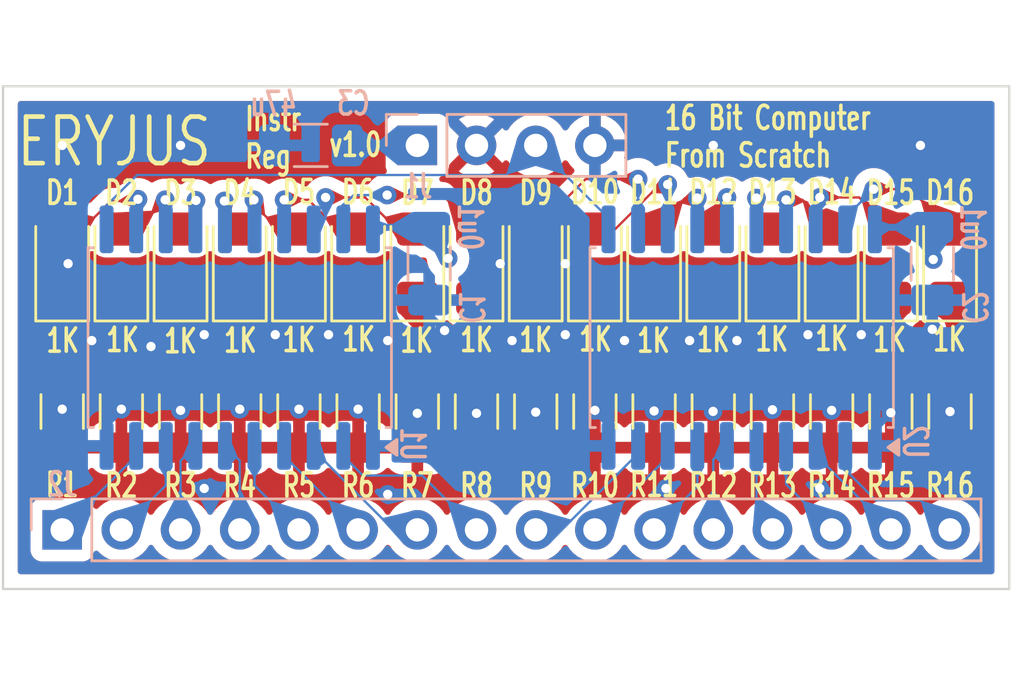
<source format=kicad_pcb>
(kicad_pcb (version 20221018) (generator pcbnew)
  (layers (0 "F.Cu" signal) (1 "In1.Cu" power "In1.Cu.GND") (2 "In2.Cu" power "In2.Cu.VCC") (31 "B.Cu" signal) (34 "B.Paste" user) (35 "F.Paste" user) (36 "B.SilkS" user "B.Silkscreen") (37 "F.SilkS" user "F.Silkscreen") (38 "B.Mask" user) (39 "F.Mask" user) (44 "Edge.Cuts" user))
  (net 0 "")
  (net 1 "VCC")
  (net 2 "GNDREF")
  (net 3 "Net-(D1-K)")
  (net 4 "Net-(D2-K)")
  (net 5 "Net-(D3-K)")
  (net 6 "Net-(D4-K)")
  (net 7 "Net-(D5-K)")
  (net 8 "Net-(D6-K)")
  (net 9 "Net-(D7-K)")
  (net 10 "Net-(D8-K)")
  (net 11 "Net-(D9-K)")
  (net 12 "Net-(D10-K)")
  (net 13 "Net-(D11-K)")
  (net 14 "Net-(D12-K)")
  (net 15 "Net-(D13-K)")
  (net 16 "Net-(D14-K)")
  (net 17 "Net-(D15-K)")
  (net 18 "Net-(D16-K)")
  (net 19 "CLK")
  (net 20 "Net-(J2-Pin_1)")
  (net 21 "Net-(J2-Pin_2)")
  (net 22 "Net-(J2-Pin_3)")
  (net 23 "Net-(J2-Pin_4)")
  (net 24 "Net-(J2-Pin_5)")
  (net 25 "Net-(J2-Pin_6)")
  (net 26 "Net-(J2-Pin_7)")
  (net 27 "Net-(J2-Pin_8)")
  (net 28 "Net-(J2-Pin_9)")
  (net 29 "Net-(J2-Pin_10)")
  (net 30 "Net-(J2-Pin_11)")
  (net 31 "Net-(J2-Pin_12)")
  (net 32 "Net-(J2-Pin_13)")
  (net 33 "Net-(J2-Pin_14)")
  (net 34 "Net-(J2-Pin_15)")
  (net 35 "Net-(J2-Pin_16)")
  (net 36 "Net-(D1-A)")
  (net 37 "Net-(D2-A)")
  (net 38 "Net-(D3-A)")
  (net 39 "Net-(D4-A)")
  (net 40 "Net-(D5-A)")
  (net 41 "Net-(D6-A)")
  (net 42 "Net-(D7-A)")
  (net 43 "Net-(D8-A)")
  (net 44 "Net-(D9-A)")
  (net 45 "Net-(D10-A)")
  (net 46 "Net-(D11-A)")
  (net 47 "Net-(D12-A)")
  (net 48 "Net-(D13-A)")
  (net 49 "Net-(D14-A)")
  (net 50 "Net-(D15-A)")
  (net 51 "Net-(D16-A)")
  (footprint "Resistor_SMD:R_1206_3216Metric_Pad1.30x1.75mm_HandSolder" (layer "F.Cu") (at 71.12 43.18 -90)
    (fp_text reference "R16" (at 3.175 0 unlocked) (layer "F.SilkS") (effects (font (size 1 0.7) (thickness 0.153))))
    (fp_text value "1K")
    (pad "1" smd roundrect (at -1.55 0 270) (size 1.3 1.75) (layers "F.Cu" "F.Paste" "F.Mask") (roundrect_rratio 0.192308) (net 18 "Net-(D16-K)"))
    (pad "2" smd roundrect (at 1.55 0 270) (size 1.3 1.75) (layers "F.Cu" "F.Paste" "F.Mask") (roundrect_rratio 0.192308) (net 2 "GNDREF"))
  )
  (footprint "LED_SMD:LED_1206_3216Metric_Pad1.42x1.75mm_HandSolder" (layer "F.Cu") (at 48.26 36.83 90)
    (fp_text reference "D7" (at 3.048 0 unlocked) (layer "F.SilkS") (effects (font (size 1 0.7) (thickness 0.153))))
    (fp_text value "LED")
    (pad "1" smd roundrect (at -1.4875 0 90) (size 1.425 1.75) (layers "F.Cu" "F.Paste" "F.Mask") (roundrect_rratio 0.175439) (net 9 "Net-(D7-K)"))
    (pad "2" smd roundrect (at 1.4875 0 90) (size 1.425 1.75) (layers "F.Cu" "F.Paste" "F.Mask") (roundrect_rratio 0.175439) (net 42 "Net-(D7-A)"))
  )
  (footprint "Resistor_SMD:R_1206_3216Metric_Pad1.30x1.75mm_HandSolder" (layer "F.Cu") (at 50.8 43.18 -90)
    (fp_text reference "R8" (at 3.175 0 unlocked) (layer "F.SilkS") (effects (font (size 1 0.7) (thickness 0.153))))
    (fp_text value "1K")
    (pad "1" smd roundrect (at -1.55 0 270) (size 1.3 1.75) (layers "F.Cu" "F.Paste" "F.Mask") (roundrect_rratio 0.192308) (net 10 "Net-(D8-K)"))
    (pad "2" smd roundrect (at 1.55 0 270) (size 1.3 1.75) (layers "F.Cu" "F.Paste" "F.Mask") (roundrect_rratio 0.192308) (net 2 "GNDREF"))
  )
  (footprint "LED_SMD:LED_1206_3216Metric_Pad1.42x1.75mm_HandSolder" (layer "F.Cu") (at 55.88 36.83 90)
    (fp_text reference "D10" (at 3.0734 0 unlocked) (layer "F.SilkS") (effects (font (size 1 0.7) (thickness 0.153))))
    (fp_text value "LED")
    (pad "1" smd roundrect (at -1.4875 0 90) (size 1.425 1.75) (layers "F.Cu" "F.Paste" "F.Mask") (roundrect_rratio 0.175439) (net 12 "Net-(D10-K)"))
    (pad "2" smd roundrect (at 1.4875 0 90) (size 1.425 1.75) (layers "F.Cu" "F.Paste" "F.Mask") (roundrect_rratio 0.175439) (net 45 "Net-(D10-A)"))
  )
  (footprint "LED_SMD:LED_1206_3216Metric_Pad1.42x1.75mm_HandSolder" (layer "F.Cu") (at 58.42 36.83 90)
    (fp_text reference "D11" (at 3.0734 0 unlocked) (layer "F.SilkS") (effects (font (size 1 0.7) (thickness 0.153))))
    (fp_text value "LED")
    (pad "1" smd roundrect (at -1.4875 0 90) (size 1.425 1.75) (layers "F.Cu" "F.Paste" "F.Mask") (roundrect_rratio 0.175439) (net 13 "Net-(D11-K)"))
    (pad "2" smd roundrect (at 1.4875 0 90) (size 1.425 1.75) (layers "F.Cu" "F.Paste" "F.Mask") (roundrect_rratio 0.175439) (net 46 "Net-(D11-A)"))
  )
  (footprint "LED_SMD:LED_1206_3216Metric_Pad1.42x1.75mm_HandSolder" (layer "F.Cu") (at 68.58 36.83 90)
    (fp_text reference "D15" (at 3.048 0 unlocked) (layer "F.SilkS") (effects (font (size 1 0.7) (thickness 0.153))))
    (fp_text value "LED")
    (pad "1" smd roundrect (at -1.4875 0 90) (size 1.425 1.75) (layers "F.Cu" "F.Paste" "F.Mask") (roundrect_rratio 0.175439) (net 17 "Net-(D15-K)"))
    (pad "2" smd roundrect (at 1.4875 0 90) (size 1.425 1.75) (layers "F.Cu" "F.Paste" "F.Mask") (roundrect_rratio 0.175439) (net 50 "Net-(D15-A)"))
  )
  (footprint "LED_SMD:LED_1206_3216Metric_Pad1.42x1.75mm_HandSolder" (layer "F.Cu") (at 53.34 36.83 90)
    (fp_text reference "D9" (at 3.048 0 unlocked) (layer "F.SilkS") (effects (font (size 1 0.7) (thickness 0.153))))
    (fp_text value "LED")
    (pad "1" smd roundrect (at -1.4875 0 90) (size 1.425 1.75) (layers "F.Cu" "F.Paste" "F.Mask") (roundrect_rratio 0.175439) (net 11 "Net-(D9-K)"))
    (pad "2" smd roundrect (at 1.4875 0 90) (size 1.425 1.75) (layers "F.Cu" "F.Paste" "F.Mask") (roundrect_rratio 0.175439) (net 44 "Net-(D9-A)"))
  )
  (footprint "Resistor_SMD:R_1206_3216Metric_Pad1.30x1.75mm_HandSolder" (layer "F.Cu") (at 43.18 43.18 -90)
    (fp_text reference "R5" (at 3.175 0 unlocked) (layer "F.SilkS") (effects (font (size 1 0.7) (thickness 0.153))))
    (fp_text value "1K")
    (pad "1" smd roundrect (at -1.55 0 270) (size 1.3 1.75) (layers "F.Cu" "F.Paste" "F.Mask") (roundrect_rratio 0.192308) (net 7 "Net-(D5-K)"))
    (pad "2" smd roundrect (at 1.55 0 270) (size 1.3 1.75) (layers "F.Cu" "F.Paste" "F.Mask") (roundrect_rratio 0.192308) (net 2 "GNDREF"))
  )
  (footprint "LED_SMD:LED_1206_3216Metric_Pad1.42x1.75mm_HandSolder" (layer "F.Cu") (at 71.12 36.83 90)
    (fp_text reference "D16" (at 3.048 0 unlocked) (layer "F.SilkS") (effects (font (size 1 0.7) (thickness 0.153))))
    (fp_text value "LED")
    (pad "1" smd roundrect (at -1.4875 0 90) (size 1.425 1.75) (layers "F.Cu" "F.Paste" "F.Mask") (roundrect_rratio 0.175439) (net 18 "Net-(D16-K)"))
    (pad "2" smd roundrect (at 1.4875 0 90) (size 1.425 1.75) (layers "F.Cu" "F.Paste" "F.Mask") (roundrect_rratio 0.175439) (net 51 "Net-(D16-A)"))
  )
  (footprint "Resistor_SMD:R_1206_3216Metric_Pad1.30x1.75mm_HandSolder" (layer "F.Cu") (at 55.88 43.18 -90)
    (fp_text reference "R10" (at 3.175 0 unlocked) (layer "F.SilkS") (effects (font (size 1 0.7) (thickness 0.153))))
    (fp_text value "1K")
    (pad "1" smd roundrect (at -1.55 0 270) (size 1.3 1.75) (layers "F.Cu" "F.Paste" "F.Mask") (roundrect_rratio 0.192308) (net 12 "Net-(D10-K)"))
    (pad "2" smd roundrect (at 1.55 0 270) (size 1.3 1.75) (layers "F.Cu" "F.Paste" "F.Mask") (roundrect_rratio 0.192308) (net 2 "GNDREF"))
  )
  (footprint "Resistor_SMD:R_1206_3216Metric_Pad1.30x1.75mm_HandSolder" (layer "F.Cu") (at 38.1 43.18 -90)
    (fp_text reference "R3" (at 3.175 0 unlocked) (layer "F.SilkS") (effects (font (size 1 0.7) (thickness 0.153))))
    (fp_text value "1K")
    (pad "1" smd roundrect (at -1.55 0 270) (size 1.3 1.75) (layers "F.Cu" "F.Paste" "F.Mask") (roundrect_rratio 0.192308) (net 5 "Net-(D3-K)"))
    (pad "2" smd roundrect (at 1.55 0 270) (size 1.3 1.75) (layers "F.Cu" "F.Paste" "F.Mask") (roundrect_rratio 0.192308) (net 2 "GNDREF"))
  )
  (footprint "Resistor_SMD:R_1206_3216Metric_Pad1.30x1.75mm_HandSolder" (layer "F.Cu") (at 68.58 43.18 -90)
    (fp_text reference "R15" (at 3.175 0 unlocked) (layer "F.SilkS") (effects (font (size 1 0.7) (thickness 0.153))))
    (fp_text value "1K")
    (pad "1" smd roundrect (at -1.55 0 270) (size 1.3 1.75) (layers "F.Cu" "F.Paste" "F.Mask") (roundrect_rratio 0.192308) (net 17 "Net-(D15-K)"))
    (pad "2" smd roundrect (at 1.55 0 270) (size 1.3 1.75) (layers "F.Cu" "F.Paste" "F.Mask") (roundrect_rratio 0.192308) (net 2 "GNDREF"))
  )
  (footprint "Resistor_SMD:R_1206_3216Metric_Pad1.30x1.75mm_HandSolder" (layer "F.Cu") (at 66.04 43.18 -90)
    (fp_text reference "R14" (at 3.175 0 unlocked) (layer "F.SilkS") (effects (font (size 1 0.7) (thickness 0.153))))
    (fp_text value "1K")
    (pad "1" smd roundrect (at -1.55 0 270) (size 1.3 1.75) (layers "F.Cu" "F.Paste" "F.Mask") (roundrect_rratio 0.192308) (net 16 "Net-(D14-K)"))
    (pad "2" smd roundrect (at 1.55 0 270) (size 1.3 1.75) (layers "F.Cu" "F.Paste" "F.Mask") (roundrect_rratio 0.192308) (net 2 "GNDREF"))
  )
  (footprint "Resistor_SMD:R_1206_3216Metric_Pad1.30x1.75mm_HandSolder" (layer "F.Cu") (at 58.42 43.18 -90)
    (fp_text reference "R11" (at 3.1496 0 unlocked) (layer "F.SilkS") (effects (font (size 1 0.7) (thickness 0.153))))
    (fp_text value "1K")
    (pad "1" smd roundrect (at -1.55 0 270) (size 1.3 1.75) (layers "F.Cu" "F.Paste" "F.Mask") (roundrect_rratio 0.192308) (net 13 "Net-(D11-K)"))
    (pad "2" smd roundrect (at 1.55 0 270) (size 1.3 1.75) (layers "F.Cu" "F.Paste" "F.Mask") (roundrect_rratio 0.192308) (net 2 "GNDREF"))
  )
  (footprint "LED_SMD:LED_1206_3216Metric_Pad1.42x1.75mm_HandSolder" (layer "F.Cu") (at 50.8 36.83 90)
    (fp_text reference "D8" (at 3.048 0 unlocked) (layer "F.SilkS") (effects (font (size 1 0.7) (thickness 0.153))))
    (fp_text value "LED")
    (pad "1" smd roundrect (at -1.4875 0 90) (size 1.425 1.75) (layers "F.Cu" "F.Paste" "F.Mask") (roundrect_rratio 0.175439) (net 10 "Net-(D8-K)"))
    (pad "2" smd roundrect (at 1.4875 0 90) (size 1.425 1.75) (layers "F.Cu" "F.Paste" "F.Mask") (roundrect_rratio 0.175439) (net 43 "Net-(D8-A)"))
  )
  (footprint "Resistor_SMD:R_1206_3216Metric_Pad1.30x1.75mm_HandSolder" (layer "F.Cu") (at 40.64 43.18 -90)
    (fp_text reference "R4" (at 3.175 0 unlocked) (layer "F.SilkS") (effects (font (size 1 0.7) (thickness 0.153))))
    (fp_text value "1K")
    (pad "1" smd roundrect (at -1.55 0 270) (size 1.3 1.75) (layers "F.Cu" "F.Paste" "F.Mask") (roundrect_rratio 0.192308) (net 6 "Net-(D4-K)"))
    (pad "2" smd roundrect (at 1.55 0 270) (size 1.3 1.75) (layers "F.Cu" "F.Paste" "F.Mask") (roundrect_rratio 0.192308) (net 2 "GNDREF"))
  )
  (footprint "Resistor_SMD:R_1206_3216Metric_Pad1.30x1.75mm_HandSolder" (layer "F.Cu") (at 63.5 43.18 -90)
    (fp_text reference "R13" (at 3.175 0 unlocked) (layer "F.SilkS") (effects (font (size 1 0.7) (thickness 0.153))))
    (fp_text value "1K")
    (pad "1" smd roundrect (at -1.55 0 270) (size 1.3 1.75) (layers "F.Cu" "F.Paste" "F.Mask") (roundrect_rratio 0.192308) (net 15 "Net-(D13-K)"))
    (pad "2" smd roundrect (at 1.55 0 270) (size 1.3 1.75) (layers "F.Cu" "F.Paste" "F.Mask") (roundrect_rratio 0.192308) (net 2 "GNDREF"))
  )
  (footprint "Resistor_SMD:R_1206_3216Metric_Pad1.30x1.75mm_HandSolder" (layer "F.Cu") (at 60.96 43.18 -90)
    (fp_text reference "R12" (at 3.175 0 unlocked) (layer "F.SilkS") (effects (font (size 1 0.7) (thickness 0.153))))
    (fp_text value "1K")
    (pad "1" smd roundrect (at -1.55 0 270) (size 1.3 1.75) (layers "F.Cu" "F.Paste" "F.Mask") (roundrect_rratio 0.192308) (net 14 "Net-(D12-K)"))
    (pad "2" smd roundrect (at 1.55 0 270) (size 1.3 1.75) (layers "F.Cu" "F.Paste" "F.Mask") (roundrect_rratio 0.192308) (net 2 "GNDREF"))
  )
  (footprint "LED_SMD:LED_1206_3216Metric_Pad1.42x1.75mm_HandSolder" (layer "F.Cu") (at 60.96 36.83 90)
    (fp_text reference "D12" (at 3.0734 0 unlocked) (layer "F.SilkS") (effects (font (size 1 0.7) (thickness 0.153))))
    (fp_text value "LED")
    (pad "1" smd roundrect (at -1.4875 0 90) (size 1.425 1.75) (layers "F.Cu" "F.Paste" "F.Mask") (roundrect_rratio 0.175439) (net 14 "Net-(D12-K)"))
    (pad "2" smd roundrect (at 1.4875 0 90) (size 1.425 1.75) (layers "F.Cu" "F.Paste" "F.Mask") (roundrect_rratio 0.175439) (net 47 "Net-(D12-A)"))
  )
  (footprint "Resistor_SMD:R_1206_3216Metric_Pad1.30x1.75mm_HandSolder" (layer "F.Cu") (at 53.34 43.18 -90)
    (fp_text reference "R9" (at 3.175 0 unlocked) (layer "F.SilkS") (effects (font (size 1 0.7) (thickness 0.153))))
    (fp_text value "1K")
    (pad "1" smd roundrect (at -1.55 0 270) (size 1.3 1.75) (layers "F.Cu" "F.Paste" "F.Mask") (roundrect_rratio 0.192308) (net 11 "Net-(D9-K)"))
    (pad "2" smd roundrect (at 1.55 0 270) (size 1.3 1.75) (layers "F.Cu" "F.Paste" "F.Mask") (roundrect_rratio 0.192308) (net 2 "GNDREF"))
  )
  (footprint "LED_SMD:LED_1206_3216Metric_Pad1.42x1.75mm_HandSolder" (layer "F.Cu") (at 40.64 36.83 90)
    (fp_text reference "D4" (at 3.048 0 unlocked) (layer "F.SilkS") (effects (font (size 1 0.7) (thickness 0.153))))
    (fp_text value "LED")
    (pad "1" smd roundrect (at -1.4875 0 90) (size 1.425 1.75) (layers "F.Cu" "F.Paste" "F.Mask") (roundrect_rratio 0.175439) (net 6 "Net-(D4-K)"))
    (pad "2" smd roundrect (at 1.4875 0 90) (size 1.425 1.75) (layers "F.Cu" "F.Paste" "F.Mask") (roundrect_rratio 0.175439) (net 39 "Net-(D4-A)"))
  )
  (footprint "LED_SMD:LED_1206_3216Metric_Pad1.42x1.75mm_HandSolder" (layer "F.Cu") (at 45.72 36.83 90)
    (fp_text reference "D6" (at 3.0734 0 unlocked) (layer "F.SilkS") (effects (font (size 1 0.7) (thickness 0.153))))
    (fp_text value "LED")
    (pad "1" smd roundrect (at -1.4875 0 90) (size 1.425 1.75) (layers "F.Cu" "F.Paste" "F.Mask") (roundrect_rratio 0.175439) (net 8 "Net-(D6-K)"))
    (pad "2" smd roundrect (at 1.4875 0 90) (size 1.425 1.75) (layers "F.Cu" "F.Paste" "F.Mask") (roundrect_rratio 0.175439) (net 41 "Net-(D6-A)"))
  )
  (footprint "LED_SMD:LED_1206_3216Metric_Pad1.42x1.75mm_HandSolder" (layer "F.Cu") (at 66.04 36.83 90)
    (fp_text reference "D14" (at 3.0734 0 unlocked) (layer "F.SilkS") (effects (font (size 1 0.7) (thickness 0.153))))
    (fp_text value "LED")
    (pad "1" smd roundrect (at -1.4875 0 90) (size 1.425 1.75) (layers "F.Cu" "F.Paste" "F.Mask") (roundrect_rratio 0.175439) (net 16 "Net-(D14-K)"))
    (pad "2" smd roundrect (at 1.4875 0 90) (size 1.425 1.75) (layers "F.Cu" "F.Paste" "F.Mask") (roundrect_rratio 0.175439) (net 49 "Net-(D14-A)"))
  )
  (footprint "LED_SMD:LED_1206_3216Metric_Pad1.42x1.75mm_HandSolder" (layer "F.Cu") (at 43.18 36.83 90)
    (fp_text reference "D5" (at 3.0734 0 unlocked) (layer "F.SilkS") (effects (font (size 1 0.7) (thickness 0.153))))
    (fp_text value "LED")
    (pad "1" smd roundrect (at -1.4875 0 90) (size 1.425 1.75) (layers "F.Cu" "F.Paste" "F.Mask") (roundrect_rratio 0.175439) (net 7 "Net-(D5-K)"))
    (pad "2" smd roundrect (at 1.4875 0 90) (size 1.425 1.75) (layers "F.Cu" "F.Paste" "F.Mask") (roundrect_rratio 0.175439) (net 40 "Net-(D5-A)"))
  )
  (footprint "Resistor_SMD:R_1206_3216Metric_Pad1.30x1.75mm_HandSolder" (layer "F.Cu") (at 33.02 43.18 -90)
    (fp_text reference "R1" (at 3.1496 0 unlocked) (layer "F.SilkS") (effects (font (size 1 0.7) (thickness 0.153))))
    (fp_text value "1K")
    (pad "1" smd roundrect (at -1.55 0 270) (size 1.3 1.75) (layers "F.Cu" "F.Paste" "F.Mask") (roundrect_rratio 0.192308) (net 3 "Net-(D1-K)"))
    (pad "2" smd roundrect (at 1.55 0 270) (size 1.3 1.75) (layers "F.Cu" "F.Paste" "F.Mask") (roundrect_rratio 0.192308) (net 2 "GNDREF"))
  )
  (footprint "LED_SMD:LED_1206_3216Metric_Pad1.42x1.75mm_HandSolder" (layer "F.Cu") (at 33.02 36.83 90)
    (fp_text reference "D1" (at 3.048 0 unlocked) (layer "F.SilkS") (effects (font (size 1 0.7) (thickness 0.153))))
    (fp_text value "LED")
    (pad "1" smd roundrect (at -1.4875 0 90) (size 1.425 1.75) (layers "F.Cu" "F.Paste" "F.Mask") (roundrect_rratio 0.175439) (net 3 "Net-(D1-K)"))
    (pad "2" smd roundrect (at 1.4875 0 90) (size 1.425 1.75) (layers "F.Cu" "F.Paste" "F.Mask") (roundrect_rratio 0.175439) (net 36 "Net-(D1-A)"))
  )
  (footprint "Resistor_SMD:R_1206_3216Metric_Pad1.30x1.75mm_HandSolder" (layer "F.Cu") (at 45.72 43.18 -90)
    (fp_text reference "R6" (at 3.175 0 unlocked) (layer "F.SilkS") (effects (font (size 1 0.7) (thickness 0.153))))
    (fp_text value "1K")
    (pad "1" smd roundrect (at -1.55 0 270) (size 1.3 1.75) (layers "F.Cu" "F.Paste" "F.Mask") (roundrect_rratio 0.192308) (net 8 "Net-(D6-K)"))
    (pad "2" smd roundrect (at 1.55 0 270) (size 1.3 1.75) (layers "F.Cu" "F.Paste" "F.Mask") (roundrect_rratio 0.192308) (net 2 "GNDREF"))
  )
  (footprint "LED_SMD:LED_1206_3216Metric_Pad1.42x1.75mm_HandSolder" (layer "F.Cu") (at 63.5 36.83 90)
    (fp_text reference "D13" (at 3.0734 0 unlocked) (layer "F.SilkS") (effects (font (size 1 0.7) (thickness 0.153))))
    (fp_text value "LED")
    (pad "1" smd roundrect (at -1.4875 0 90) (size 1.425 1.75) (layers "F.Cu" "F.Paste" "F.Mask") (roundrect_rratio 0.175439) (net 15 "Net-(D13-K)"))
    (pad "2" smd roundrect (at 1.4875 0 90) (size 1.425 1.75) (layers "F.Cu" "F.Paste" "F.Mask") (roundrect_rratio 0.175439) (net 48 "Net-(D13-A)"))
  )
  (footprint "Resistor_SMD:R_1206_3216Metric_Pad1.30x1.75mm_HandSolder" (layer "F.Cu") (at 35.56 43.18 -90)
    (fp_text reference "R2" (at 3.175 0 unlocked) (layer "F.SilkS") (effects (font (size 1 0.7) (thickness 0.153))))
    (fp_text value "1K")
    (pad "1" smd roundrect (at -1.55 0 270) (size 1.3 1.75) (layers "F.Cu" "F.Paste" "F.Mask") (roundrect_rratio 0.192308) (net 4 "Net-(D2-K)"))
    (pad "2" smd roundrect (at 1.55 0 270) (size 1.3 1.75) (layers "F.Cu" "F.Paste" "F.Mask") (roundrect_rratio 0.192308) (net 2 "GNDREF"))
  )
  (footprint "LED_SMD:LED_1206_3216Metric_Pad1.42x1.75mm_HandSolder" (layer "F.Cu") (at 35.56 36.83 90)
    (fp_text reference "D2" (at 3.048 0 unlocked) (layer "F.SilkS") (effects (font (size 1 0.7) (thickness 0.153))))
    (fp_text value "LED")
    (pad "1" smd roundrect (at -1.4875 0 90) (size 1.425 1.75) (layers "F.Cu" "F.Paste" "F.Mask") (roundrect_rratio 0.175439) (net 4 "Net-(D2-K)"))
    (pad "2" smd roundrect (at 1.4875 0 90) (size 1.425 1.75) (layers "F.Cu" "F.Paste" "F.Mask") (roundrect_rratio 0.175439) (net 37 "Net-(D2-A)"))
  )
  (footprint "LED_SMD:LED_1206_3216Metric_Pad1.42x1.75mm_HandSolder" (layer "F.Cu") (at 38.1 36.83 90)
    (fp_text reference "D3" (at 3.048 0 unlocked) (layer "F.SilkS") (effects (font (size 1 0.7) (thickness 0.153))))
    (fp_text value "LED")
    (pad "1" smd roundrect (at -1.4875 0 90) (size 1.425 1.75) (layers "F.Cu" "F.Paste" "F.Mask") (roundrect_rratio 0.175439) (net 5 "Net-(D3-K)"))
    (pad "2" smd roundrect (at 1.4875 0 90) (size 1.425 1.75) (layers "F.Cu" "F.Paste" "F.Mask") (roundrect_rratio 0.175439) (net 38 "Net-(D3-A)"))
  )
  (footprint "Resistor_SMD:R_1206_3216Metric_Pad1.30x1.75mm_HandSolder" (layer "F.Cu") (at 48.26 43.18 -90)
    (fp_text reference "R7" (at 3.175 0 unlocked) (layer "F.SilkS") (effects (font (size 1 0.7) (thickness 0.153))))
    (fp_text value "1K")
    (pad "1" smd roundrect (at -1.55 0 270) (size 1.3 1.75) (layers "F.Cu" "F.Paste" "F.Mask") (roundrect_rratio 0.192308) (net 9 "Net-(D7-K)"))
    (pad "2" smd roundrect (at 1.55 0 270) (size 1.3 1.75) (layers "F.Cu" "F.Paste" "F.Mask") (roundrect_rratio 0.192308) (net 2 "GNDREF"))
  )
  (footprint "Capacitor_SMD:C_1206_3216Metric_Pad1.33x1.80mm_HandSolder" (layer "B.Cu") (at 48.768 36.83 -90)
    (fp_text reference "C1" (at 1.8796 -1.8034 -90 unlocked) (layer "B.SilkS") (effects (font (size 1 0.7) (thickness 0.153)) (justify mirror)))
    (fp_text value "0u1")
    (pad "1" smd roundrect (at -1.5625 0 270) (size 1.325 1.8) (layers "B.Cu" "B.Paste" "B.Mask") (roundrect_rratio 0.188679) (net 1 "VCC"))
    (pad "2" smd roundrect (at 1.5625 0 270) (size 1.325 1.8) (layers "B.Cu" "B.Paste" "B.Mask") (roundrect_rratio 0.188679) (net 2 "GNDREF"))
  )
  (footprint "Capacitor_SMD:C_1206_3216Metric_Pad1.33x1.80mm_HandSolder" (layer "B.Cu") (at 43.688 31.75 180)
    (fp_text reference "C3" (at -1.8288 1.8034 unlocked) (layer "B.SilkS") (effects (font (size 1 0.7) (thickness 0.153)) (justify mirror)))
    (fp_text value "47u")
    (pad "1" smd roundrect (at -1.5625 0 180) (size 1.325 1.8) (layers "B.Cu" "B.Paste" "B.Mask") (roundrect_rratio 0.188679) (net 1 "VCC"))
    (pad "2" smd roundrect (at 1.5625 0 180) (size 1.325 1.8) (layers "B.Cu" "B.Paste" "B.Mask") (roundrect_rratio 0.188679) (net 2 "GNDREF"))
  )
  (footprint "Package_SO:SOIC-20W_7.5x12.8mm_P1.27mm" (layer "B.Cu") (at 40.64 40.005 90)
    (fp_text reference "U1" (at -4.572 7.4168 270 unlocked) (layer "B.SilkS") (effects (font (size 1 0.7) (thickness 0.153)) (justify mirror)))
    (fp_text value "74HC574")
    (pad "1" smd roundrect (at -4.65 5.715 90) (size 2.05 0.6) (layers "B.Cu" "B.Paste" "B.Mask") (net 2 "GNDREF"))
    (pad "2" smd roundrect (at -4.65 4.445 90) (size 2.05 0.6) (layers "B.Cu" "B.Paste" "B.Mask") (net 27 "Net-(J2-Pin_8)"))
    (pad "3" smd roundrect (at -4.65 3.175 90) (size 2.05 0.6) (layers "B.Cu" "B.Paste" "B.Mask") (net 26 "Net-(J2-Pin_7)"))
    (pad "4" smd roundrect (at -4.65 1.905 90) (size 2.05 0.6) (layers "B.Cu" "B.Paste" "B.Mask") (net 25 "Net-(J2-Pin_6)"))
    (pad "5" smd roundrect (at -4.65 0.635 90) (size 2.05 0.6) (layers "B.Cu" "B.Paste" "B.Mask") (net 24 "Net-(J2-Pin_5)"))
    (pad "6" smd roundrect (at -4.65 -0.635 90) (size 2.05 0.6) (layers "B.Cu" "B.Paste" "B.Mask") (net 23 "Net-(J2-Pin_4)"))
    (pad "7" smd roundrect (at -4.65 -1.905 90) (size 2.05 0.6) (layers "B.Cu" "B.Paste" "B.Mask") (net 22 "Net-(J2-Pin_3)"))
    (pad "8" smd roundrect (at -4.65 -3.175 90) (size 2.05 0.6) (layers "B.Cu" "B.Paste" "B.Mask") (net 21 "Net-(J2-Pin_2)"))
    (pad "9" smd roundrect (at -4.65 -4.445 90) (size 2.05 0.6) (layers "B.Cu" "B.Paste" "B.Mask") (net 20 "Net-(J2-Pin_1)"))
    (pad "10" smd roundrect (at -4.65 -5.715 90) (size 2.05 0.6) (layers "B.Cu" "B.Paste" "B.Mask") (net 2 "GNDREF"))
    (pad "11" smd roundrect (at 4.65 -5.715 90) (size 2.05 0.6) (layers "B.Cu" "B.Paste" "B.Mask") (net 19 "CLK"))
    (pad "12" smd roundrect (at 4.65 -4.445 90) (size 2.05 0.6) (layers "B.Cu" "B.Paste" "B.Mask") (net 36 "Net-(D1-A)"))
    (pad "13" smd roundrect (at 4.65 -3.175 90) (size 2.05 0.6) (layers "B.Cu" "B.Paste" "B.Mask") (net 37 "Net-(D2-A)"))
    (pad "14" smd roundrect (at 4.65 -1.905 90) (size 2.05 0.6) (layers "B.Cu" "B.Paste" "B.Mask") (net 38 "Net-(D3-A)"))
    (pad "15" smd roundrect (at 4.65 -0.635 90) (size 2.05 0.6) (layers "B.Cu" "B.Paste" "B.Mask") (net 39 "Net-(D4-A)"))
    (pad "16" smd roundrect (at 4.65 0.635 90) (size 2.05 0.6) (layers "B.Cu" "B.Paste" "B.Mask") (net 40 "Net-(D5-A)"))
    (pad "17" smd roundrect (at 4.65 1.905 90) (size 2.05 0.6) (layers "B.Cu" "B.Paste" "B.Mask") (net 41 "Net-(D6-A)"))
    (pad "18" smd roundrect (at 4.65 3.175 90) (size 2.05 0.6) (layers "B.Cu" "B.Paste" "B.Mask") (net 42 "Net-(D7-A)"))
    (pad "19" smd roundrect (at 4.65 4.445 90) (size 2.05 0.6) (layers "B.Cu" "B.Paste" "B.Mask") (net 43 "Net-(D8-A)"))
    (pad "20" smd roundrect (at 4.65 5.715 90) (size 2.05 0.6) (layers "B.Cu" "B.Paste" "B.Mask") (net 1 "VCC"))
  )
  (footprint "Connector_PinHeader_2.54mm:PinHeader_1x16_P2.54mm_Vertical" (layer "B.Cu") (at 33.02 48.26 -90)
    (fp_text reference "J2" (at -1.9558 0 180) (layer "B.SilkS") (effects (font (size 1 0.7) (thickness 0.153) bold) (justify mirror)))
    (fp_text value "Conn_01x16_Pin")
    (pad "1" thru_hole rect (at 0 0 270) (size 1.7 1.7) (drill 1) (layers "*.Cu" "*.Mask") (net 20 "Net-(J2-Pin_1)"))
    (pad "2" thru_hole oval (at 0 -2.54 270) (size 1.7 1.7) (drill 1) (layers "*.Cu" "*.Mask") (net 21 "Net-(J2-Pin_2)"))
    (pad "3" thru_hole oval (at 0 -5.08 270) (size 1.7 1.7) (drill 1) (layers "*.Cu" "*.Mask") (net 22 "Net-(J2-Pin_3)"))
    (pad "4" thru_hole oval (at 0 -7.62 270) (size 1.7 1.7) (drill 1) (layers "*.Cu" "*.Mask") (net 23 "Net-(J2-Pin_4)"))
    (pad "5" thru_hole oval (at 0 -10.16 270) (size 1.7 1.7) (drill 1) (layers "*.Cu" "*.Mask") (net 24 "Net-(J2-Pin_5)"))
    (pad "6" thru_hole oval (at 0 -12.7 270) (size 1.7 1.7) (drill 1) (layers "*.Cu" "*.Mask") (net 25 "Net-(J2-Pin_6)"))
    (pad "7" thru_hole oval (at 0 -15.24 270) (size 1.7 1.7) (drill 1) (layers "*.Cu" "*.Mask") (net 26 "Net-(J2-Pin_7)"))
    (pad "8" thru_hole oval (at 0 -17.78 270) (size 1.7 1.7) (drill 1) (layers "*.Cu" "*.Mask") (net 27 "Net-(J2-Pin_8)"))
    (pad "9" thru_hole oval (at 0 -20.32 270) (size 1.7 1.7) (drill 1) (layers "*.Cu" "*.Mask") (net 28 "Net-(J2-Pin_9)"))
    (pad "10" thru_hole oval (at 0 -22.86 270) (size 1.7 1.7) (drill 1) (layers "*.Cu" "*.Mask") (net 29 "Net-(J2-Pin_10)"))
    (pad "11" thru_hole oval (at 0 -25.4 270) (size 1.7 1.7) (drill 1) (layers "*.Cu" "*.Mask") (net 30 "Net-(J2-Pin_11)"))
    (pad "12" thru_hole oval (at 0 -27.94 270) (size 1.7 1.7) (drill 1) (layers "*.Cu" "*.Mask") (net 31 "Net-(J2-Pin_12)"))
    (pad "13" thru_hole oval (at 0 -30.48 270) (size 1.7 1.7) (drill 1) (layers "*.Cu" "*.Mask") (net 32 "Net-(J2-Pin_13)"))
    (pad "14" thru_hole oval (at 0 -33.02 270) (size 1.7 1.7) (drill 1) (layers "*.Cu" "*.Mask") (net 33 "Net-(J2-Pin_14)"))
    (pad "15" thru_hole oval (at 0 -35.56 270) (size 1.7 1.7) (drill 1) (layers "*.Cu" "*.Mask") (net 34 "Net-(J2-Pin_15)"))
    (pad "16" thru_hole oval (at 0 -38.1 270) (size 1.7 1.7) (drill 1) (layers "*.Cu" "*.Mask") (net 35 "Net-(J2-Pin_16)"))
  )
  (footprint "Capacitor_SMD:C_1206_3216Metric_Pad1.33x1.80mm_HandSolder" (layer "B.Cu") (at 70.358 36.83 -90)
    (fp_text reference "C2" (at 1.8796 -1.8034 -90 unlocked) (layer "B.SilkS") (effects (font (size 1 0.7) (thickness 0.153)) (justify mirror)))
    (fp_text value "0u1")
    (pad "1" smd roundrect (at -1.5625 0 270) (size 1.325 1.8) (layers "B.Cu" "B.Paste" "B.Mask") (roundrect_rratio 0.188679) (net 1 "VCC"))
    (pad "2" smd roundrect (at 1.5625 0 270) (size 1.325 1.8) (layers "B.Cu" "B.Paste" "B.Mask") (roundrect_rratio 0.188679) (net 2 "GNDREF"))
  )
  (footprint "Package_SO:SOIC-20W_7.5x12.8mm_P1.27mm" (layer "B.Cu") (at 62.1792 40.005 90)
    (fp_text reference "U2" (at -4.4704 7.4422 270 unlocked) (layer "B.SilkS") (effects (font (size 1 0.7) (thickness 0.153)) (justify mirror)))
    (fp_text value "74HC574")
    (pad "1" smd roundrect (at -4.65 5.715 90) (size 2.05 0.6) (layers "B.Cu" "B.Paste" "B.Mask") (net 2 "GNDREF"))
    (pad "2" smd roundrect (at -4.65 4.445 90) (size 2.05 0.6) (layers "B.Cu" "B.Paste" "B.Mask") (net 35 "Net-(J2-Pin_16)"))
    (pad "3" smd roundrect (at -4.65 3.175 90) (size 2.05 0.6) (layers "B.Cu" "B.Paste" "B.Mask") (net 34 "Net-(J2-Pin_15)"))
    (pad "4" smd roundrect (at -4.65 1.905 90) (size 2.05 0.6) (layers "B.Cu" "B.Paste" "B.Mask") (net 33 "Net-(J2-Pin_14)"))
    (pad "5" smd roundrect (at -4.65 0.635 90) (size 2.05 0.6) (layers "B.Cu" "B.Paste" "B.Mask") (net 32 "Net-(J2-Pin_13)"))
    (pad "6" smd roundrect (at -4.65 -0.635 90) (size 2.05 0.6) (layers "B.Cu" "B.Paste" "B.Mask") (net 31 "Net-(J2-Pin_12)"))
    (pad "7" smd roundrect (at -4.65 -1.905 90) (size 2.05 0.6) (layers "B.Cu" "B.Paste" "B.Mask") (net 30 "Net-(J2-Pin_11)"))
    (pad "8" smd roundrect (at -4.65 -3.175 90) (size 2.05 0.6) (layers "B.Cu" "B.Paste" "B.Mask") (net 29 "Net-(J2-Pin_10)"))
    (pad "9" smd roundrect (at -4.65 -4.445 90) (size 2.05 0.6) (layers "B.Cu" "B.Paste" "B.Mask") (net 28 "Net-(J2-Pin_9)"))
    (pad "10" smd roundrect (at -4.65 -5.715 90) (size 2.05 0.6) (layers "B.Cu" "B.Paste" "B.Mask") (net 2 "GNDREF"))
    (pad "11" smd roundrect (at 4.65 -5.715 90) (size 2.05 0.6) (layers "B.Cu" "B.Paste" "B.Mask") (net 19 "CLK"))
    (pad "12" smd roundrect (at 4.65 -4.445 90) (size 2.05 0.6) (layers "B.Cu" "B.Paste" "B.Mask") (net 44 "Net-(D9-A)"))
    (pad "13" smd roundrect (at 4.65 -3.175 90) (size 2.05 0.6) (layers "B.Cu" "B.Paste" "B.Mask") (net 45 "Net-(D10-A)"))
    (pad "14" smd roundrect (at 4.65 -1.905 90) (size 2.05 0.6) (layers "B.Cu" "B.Paste" "B.Mask") (net 46 "Net-(D11-A)"))
    (pad "15" smd roundrect (at 4.65 -0.635 90) (size 2.05 0.6) (layers "B.Cu" "B.Paste" "B.Mask") (net 47 "Net-(D12-A)"))
    (pad "16" smd roundrect (at 4.65 0.635 90) (size 2.05 0.6) (layers "B.Cu" "B.Paste" "B.Mask") (net 48 "Net-(D13-A)"))
    (pad "17" smd roundrect (at 4.65 1.905 90) (size 2.05 0.6) (layers "B.Cu" "B.Paste" "B.Mask") (net 49 "Net-(D14-A)"))
    (pad "18" smd roundrect (at 4.65 3.175 90) (size 2.05 0.6) (layers "B.Cu" "B.Paste" "B.Mask") (net 50 "Net-(D15-A)"))
    (pad "19" smd roundrect (at 4.65 4.445 90) (size 2.05 0.6) (layers "B.Cu" "B.Paste" "B.Mask") (net 51 "Net-(D16-A)"))
    (pad "20" smd roundrect (at 4.65 5.715 90) (size 2.05 0.6) (layers "B.Cu" "B.Paste" "B.Mask") (net 1 "VCC"))
  )
  (footprint "Connector_PinHeader_2.54mm:PinHeader_1x04_P2.54mm_Vertical" (layer "B.Cu") (at 48.26 31.75 -90)
    (fp_text reference "J1" (at 1.7526 -0.0254) (layer "B.SilkS") (effects (font (size 1 0.7) (thickness 0.153) bold) (justify mirror)))
    (fp_text value "Conn_01x04_Pin")
    (pad "1" thru_hole rect (at 0 0 270) (size 1.7 1.7) (drill 1) (layers "*.Cu" "*.Mask") (net 1 "VCC"))
    (pad "2" thru_hole oval (at 0 -2.54 270) (size 1.7 1.7) (drill 1) (layers "*.Cu" "*.Mask") (net 2 "GNDREF"))
    (pad "3" thru_hole oval (at 0 -5.08 270) (size 1.7 1.7) (drill 1) (layers "*.Cu" "*.Mask") (net 19 "CLK"))
    (pad "4" thru_hole oval (at 0 -7.62 270) (size 1.7 1.7) (drill 1) (layers "*.Cu" "*.Mask") (net 2 "GNDREF"))
  )
  (gr_rect (start 30.48 29.21) (end 73.66 50.8) (stroke (width 0.1)) (fill none) (layer "Edge.Cuts"))
  (gr_text "0u1" (at 71.501 35.2806 270) (layer "B.SilkS") (effects (font (size 1 0.7) (thickness 0.153) bold) (justify bottom mirror)))
  (gr_text "0u1" (at 49.9364 35.2552 270) (layer "B.SilkS") (effects (font (size 1 0.7) (thickness 0.153) bold) (justify bottom mirror)))
  (gr_text "47u" (at 42.0878 30.5562) (layer "B.SilkS") (effects (font (size 1 0.7) (thickness 0.153) bold) (justify bottom mirror)))
  (gr_text "1K" (at 66.04 40.64) (layer "F.SilkS") (effects (font (size 1 0.7) (thickness 0.153) bold) (justify bottom)))
  (gr_text "1K" (at 55.9054 40.6654) (layer "F.SilkS") (effects (font (size 1 0.7) (thickness 0.153) bold) (justify bottom)))
  (gr_text "ERYJUS" (at 35.2552 32.766) (layer "F.SilkS") (effects (font (size 2 1.5) (thickness 0.2)) (justify bottom)))
  (gr_text "1K" (at 68.5292 40.6908) (layer "F.SilkS") (effects (font (size 1 0.7) (thickness 0.153) bold) (justify bottom)))
  (gr_text "1K" (at 71.0946 40.6654) (layer "F.SilkS") (effects (font (size 1 0.7) (thickness 0.153) bold) (justify bottom)))
  (gr_text "1K" (at 60.96 40.6908) (layer "F.SilkS") (effects (font (size 1 0.7) (thickness 0.153) bold) (justify bottom)))
  (gr_text "16 Bit Computer \nFrom Scratch" (at 58.801 32.766) (layer "F.SilkS") (effects (font (size 1 0.7) (thickness 0.153)) (justify left bottom)))
  (gr_text "1K" (at 33.0454 40.7162) (layer "F.SilkS") (effects (font (size 1 0.7) (thickness 0.153) bold) (justify bottom)))
  (gr_text "1K" (at 35.6108 40.6908) (layer "F.SilkS") (effects (font (size 1 0.7) (thickness 0.153) bold) (justify bottom)))
  (gr_text "1K" (at 43.18 40.6908) (layer "F.SilkS") (effects (font (size 1 0.7) (thickness 0.153) bold) (justify bottom)))
  (gr_text "1K" (at 58.3946 40.7162) (layer "F.SilkS") (effects (font (size 1 0.7) (thickness 0.153) bold) (justify bottom)))
  (gr_text "1K" (at 40.6654 40.7162) (layer "F.SilkS") (effects (font (size 1 0.7) (thickness 0.153) bold) (justify bottom)))
  (gr_text "1K" (at 53.34 40.6908) (layer "F.SilkS") (effects (font (size 1 0.7) (thickness 0.153) bold) (justify bottom)))
  (gr_text "1K" (at 38.1 40.7416) (layer "F.SilkS") (effects (font (size 1 0.7) (thickness 0.153) bold) (justify bottom)))
  (gr_text "1K" (at 48.2346 40.7162) (layer "F.SilkS") (effects (font (size 1 0.7) (thickness 0.153) bold) (justify bottom)))
  (gr_text "v1.0" (at 44.3992 32.3088) (layer "F.SilkS") (effects (font (size 1 0.7) (thickness 0.153)) (justify left bottom)))
  (gr_text "Instr\nReg" (at 40.7924 32.8168) (layer "F.SilkS") (effects (font (size 1 0.7) (thickness 0.153)) (justify left bottom)))
  (gr_text "1K" (at 45.7454 40.6654) (layer "F.SilkS") (effects (font (size 1 0.7) (thickness 0.153) bold) (justify bottom)))
  (gr_text "1K" (at 63.4746 40.6654) (layer "F.SilkS") (effects (font (size 1 0.7) (thickness 0.153) bold) (justify bottom)))
  (gr_text "1K" (at 50.8 40.6908) (layer "F.SilkS") (effects (font (size 1 0.7) (thickness 0.153) bold) (justify bottom)))
  (via (at 49.5808 36.6014) (size 0.8) (drill 0.4) (layers "F.Cu" "B.Cu") (net 1))
  (via (at 70.399953 36.650853) (size 0.8) (drill 0.4) (layers "F.Cu" "B.Cu") (net 1))
  (segment (start 70.358 35.2675) (end 67.9817 35.2675) (width 0.3) (layer "B.Cu") (net 1))
  (segment (start 70.358 36.6089) (end 70.399953 36.650853) (width 0.3) (layer "B.Cu") (net 1))
  (segment (start 67.9817 35.2675) (end 67.8942 35.355) (width 0.3) (layer "B.Cu") (net 1))
  (segment (start 48.768 35.7886) (end 49.5808 36.6014) (width 0.3) (layer "B.Cu") (net 1))
  (segment (start 70.358 35.2675) (end 70.358 36.6089) (width 0.3) (layer "B.Cu") (net 1))
  (segment (start 48.768 35.2675) (end 48.768 35.7886) (width 0.3) (layer "B.Cu") (net 1))
  (segment (start 45.2505 31.75) (end 48.26 31.75) (width 0.3) (layer "B.Cu") (net 1))
  (segment (start 46.4425 35.2675) (end 46.355 35.355) (width 0.3) (layer "B.Cu") (net 1))
  (segment (start 48.768 35.2675) (end 46.4425 35.2675) (width 0.3) (layer "B.Cu") (net 1))
  (segment (start 48.26 44.73) (end 48.26 43.2562) (width 0.3) (layer "F.Cu") (net 2))
  (segment (start 38.1 44.73) (end 38.1 43.1292) (width 0.3) (layer "F.Cu") (net 2))
  (segment (start 71.12 44.73) (end 71.12 43.18) (width 0.3) (layer "F.Cu") (net 2))
  (segment (start 55.88 44.73) (end 55.88 43.1292) (width 0.3) (layer "F.Cu") (net 2))
  (segment (start 50.8 44.73) (end 50.8 43.2562) (width 0.3) (layer "F.Cu") (net 2))
  (segment (start 43.18 44.73) (end 43.18 43.0784) (width 0.3) (layer "F.Cu") (net 2))
  (segment (start 58.42 44.73) (end 58.42 43.1546) (width 0.3) (layer "F.Cu") (net 2))
  (segment (start 68.58 44.73) (end 68.58 43.2308) (width 0.3) (layer "F.Cu") (net 2))
  (segment (start 63.5 44.73) (end 63.5 43.1038) (width 0.3) (layer "F.Cu") (net 2))
  (segment (start 66.04 44.73) (end 66.04 43.1292) (width 0.3) (layer "F.Cu") (net 2))
  (segment (start 60.96 43.18162) (end 60.951899 43.173519) (width 0.3) (layer "F.Cu") (net 2))
  (segment (start 60.96 44.73) (end 60.96 43.18162) (width 0.3) (layer "F.Cu") (net 2))
  (segment (start 40.64 44.73) (end 40.64 43.0784) (width 0.3) (layer "F.Cu") (net 2))
  (segment (start 33.02 44.73) (end 33.02 43.0784) (width 0.3) (layer "F.Cu") (net 2))
  (segment (start 53.34 44.73) (end 53.34 43.2054) (width 0.3) (layer "F.Cu") (net 2))
  (segment (start 45.72 44.73) (end 45.72 43.0784) (width 0.3) (layer "F.Cu") (net 2))
  (segment (start 35.56 44.73) (end 35.56 43.0784) (width 0.3) (layer "F.Cu") (net 2))
  (via (at 33.274 36.83) (size 0.8) (drill 0.4) (layers "F.Cu" "B.Cu") (net 2))
  (via (at 58.928 46.482) (size 0.8) (drill 0.4) (layers "F.Cu" "B.Cu") (net 2))
  (via (at 45.72 43.0784) (size 0.8) (drill 0.4) (layers "F.Cu" "B.Cu") (net 2))
  (via (at 55.88 43.1292) (size 0.8) (drill 0.4) (layers "F.Cu" "B.Cu") (net 2))
  (via (at 65.024 39.878) (size 0.8) (drill 0.4) (layers "F.Cu" "B.Cu") (net 2))
  (via (at 48.26 43.2562) (size 0.8) (drill 0.4) (layers "F.Cu" "B.Cu") (net 2))
  (via (at 46.99 40.132) (size 0.8) (drill 0.4) (layers "F.Cu" "B.Cu") (net 2))
  (via (at 38.1 43.1292) (size 0.8) (drill 0.4) (layers "F.Cu" "B.Cu") (net 2))
  (via (at 49.4284 39.7002) (size 0.8) (drill 0.4) (layers "F.Cu" "B.Cu") (net 2))
  (via (at 67.31 39.878) (size 0.8) (drill 0.4) (layers "F.Cu" "B.Cu") (net 2))
  (via (at 35.56 43.0784) (size 0.8) (drill 0.4) (layers "F.Cu" "B.Cu") (net 2))
  (via (at 40.64 43.0784) (size 0.8) (drill 0.4) (layers "F.Cu" "B.Cu") (net 2))
  (via (at 60.951899 43.173519) (size 0.8) (drill 0.4) (layers "F.Cu" "B.Cu") (net 2))
  (via (at 69.85 31.75) (size 0.8) (drill 0.4) (layers "F.Cu" "B.Cu") (net 2))
  (via (at 61.976 40.132) (size 0.8) (drill 0.4) (layers "F.Cu" "B.Cu") (net 2))
  (via (at 51.816 36.83) (size 0.8) (drill 0.4) (layers "F.Cu" "B.Cu") (net 2))
  (via (at 52.324 40.132) (size 0.8) (drill 0.4) (layers "F.Cu" "B.Cu") (net 2))
  (via (at 68.58 43.2308) (size 0.8) (drill 0.4) (layers "F.Cu" "B.Cu") (net 2))
  (via (at 63.5 43.1038) (size 0.8) (drill 0.4) (layers "F.Cu" "B.Cu") (net 2))
  (via (at 34.29 40.132) (size 0.8) (drill 0.4) (layers "F.Cu" "B.Cu") (net 2))
  (via (at 66.04 43.1292) (size 0.8) (drill 0.4) (layers "F.Cu" "B.Cu") (net 2))
  (via (at 33.02 31.75) (size 0.8) (drill 0.4) (layers "F.Cu" "B.Cu") (net 2))
  (via (at 43.18 43.0784) (size 0.8) (drill 0.4) (layers "F.Cu" "B.Cu") (net 2))
  (via (at 57.15 40.132) (size 0.8) (drill 0.4) (layers "F.Cu" "B.Cu") (net 2))
  (via (at 54.61 36.83) (size 0.8) (drill 0.4) (layers "F.Cu" "B.Cu") (net 2))
  (via (at 54.61 39.878) (size 0.8) (drill 0.4) (layers "F.Cu" "B.Cu") (net 2))
  (via (at 39.116 46.482) (size 0.8) (drill 0.4) (layers "F.Cu" "B.Cu") (net 2))
  (via (at 38.1 31.75) (size 0.8) (drill 0.4) (layers "F.Cu" "B.Cu") (net 2))
  (via (at 50.8 43.2562) (size 0.8) (drill 0.4) (layers "F.Cu" "B.Cu") (net 2))
  (via (at 59.944 40.132) (size 0.8) (drill 0.4) (layers "F.Cu" "B.Cu") (net 2))
  (via (at 36.83 40.386) (size 0.8) (drill 0.4) (layers "F.Cu" "B.Cu") (net 2))
  (via (at 39.116 39.878) (size 0.8) (drill 0.4) (layers "F.Cu" "B.Cu") (net 2))
  (via (at 33.02 43.0784) (size 0.8) (drill 0.4) (layers "F.Cu" "B.Cu") (net 2))
  (via (at 42.164 39.878) (size 0.8) (drill 0.4) (layers "F.Cu" "B.Cu") (net 2))
  (via (at 70.358 39.6494) (size 0.8) (drill 0.4) (layers "F.Cu" "B.Cu") (net 2))
  (via (at 53.34 43.2054) (size 0.8) (drill 0.4) (layers "F.Cu" "B.Cu") (net 2))
  (via (at 44.45 39.878) (size 0.8) (drill 0.4) (layers "F.Cu" "B.Cu") (net 2))
  (via (at 65.532 46.482) (size 0.8) (drill 0.4) (layers "F.Cu" "B.Cu") (net 2))
  (via (at 46.99 46.736) (size 0.8) (drill 0.4) (layers "F.Cu" "B.Cu") (net 2))
  (via (at 71.12 43.18) (size 0.8) (drill 0.4) (layers "F.Cu" "B.Cu") (net 2))
  (via (at 58.42 43.1546) (size 0.8) (drill 0.4) (layers "F.Cu" "B.Cu") (net 2))
  (via (at 60.96 31.75) (size 0.8) (drill 0.4) (layers "F.Cu" "B.Cu") (net 2))
  (segment (start 56.4642 43.7134) (end 55.88 43.1292) (width 0.3) (layer "B.Cu") (net 2))
  (segment (start 48.768 38.3925) (end 48.768 39.0398) (width 0.3) (layer "B.Cu") (net 2))
  (segment (start 67.8942 43.9166) (end 68.58 43.2308) (width 0.3) (layer "B.Cu") (net 2))
  (segment (start 70.358 38.3925) (end 70.358 39.6494) (width 0.3) (layer "B.Cu") (net 2))
  (segment (start 34.925 43.7134) (end 35.56 43.0784) (width 0.3) (layer "B.Cu") (net 2))
  (segment (start 46.355 43.7134) (end 46.355 44.655) (width 0.3) (layer "B.Cu") (net 2))
  (segment (start 67.8942 44.655) (end 67.8942 43.9166) (width 0.3) (layer "B.Cu") (net 2))
  (segment (start 34.925 44.655) (end 34.925 43.7134) (width 0.3) (layer "B.Cu") (net 2))
  (segment (start 45.72 43.0784) (end 46.355 43.7134) (width 0.3) (layer "B.Cu") (net 2))
  (segment (start 56.4642 44.655) (end 56.4642 43.7134) (width 0.3) (layer "B.Cu") (net 2))
  (segment (start 48.768 39.0398) (end 49.4284 39.7002) (width 0.3) (layer "B.Cu") (net 2))
  (segment (start 33.02 38.3175) (end 33.02 41.63) (width 0.1) (layer "F.Cu") (net 3))
  (segment (start 35.56 38.3175) (end 35.56 41.63) (width 0.1) (layer "F.Cu") (net 4))
  (segment (start 38.1 38.3175) (end 38.1 41.63) (width 0.1) (layer "F.Cu") (net 5))
  (segment (start 40.64 38.3175) (end 40.64 41.63) (width 0.1) (layer "F.Cu") (net 6))
  (segment (start 43.18 38.3175) (end 43.18 41.63) (width 0.1) (layer "F.Cu") (net 7))
  (segment (start 45.72 38.3175) (end 45.72 41.63) (width 0.1) (layer "F.Cu") (net 8))
  (segment (start 48.26 38.3175) (end 48.26 41.63) (width 0.1) (layer "F.Cu") (net 9))
  (segment (start 50.8 38.3175) (end 50.8 41.63) (width 0.1) (layer "F.Cu") (net 10))
  (segment (start 53.34 38.3175) (end 53.34 41.63) (width 0.1) (layer "F.Cu") (net 11))
  (segment (start 55.88 38.3175) (end 55.88 41.63) (width 0.1) (layer "F.Cu") (net 12))
  (segment (start 58.42 38.3175) (end 58.42 41.63) (width 0.1) (layer "F.Cu") (net 13))
  (segment (start 60.96 38.3175) (end 60.96 41.63) (width 0.1) (layer "F.Cu") (net 14))
  (segment (start 63.5 38.3175) (end 63.5 41.63) (width 0.1) (layer "F.Cu") (net 15))
  (segment (start 66.04 38.3175) (end 66.04 41.63) (width 0.1) (layer "F.Cu") (net 16))
  (segment (start 68.58 38.3175) (end 68.58 41.63) (width 0.1) (layer "F.Cu") (net 17))
  (segment (start 71.12 38.3175) (end 71.12 41.63) (width 0.1) (layer "F.Cu") (net 18))
  (segment (start 53.34 31.75) (end 52.07 33.02) (width 0.1) (layer "B.Cu") (net 19))
  (segment (start 34.925 34.330001) (end 34.925 35.355) (width 0.1) (layer "B.Cu") (net 19))
  (segment (start 53.34 31.75) (end 56.4642 34.8742) (width 0.1) (layer "B.Cu") (net 19))
  (segment (start 52.07 33.02) (end 36.235001 33.02) (width 0.1) (layer "B.Cu") (net 19))
  (segment (start 56.4642 34.8742) (end 56.4642 35.355) (width 0.1) (layer "B.Cu") (net 19))
  (segment (start 36.235001 33.02) (end 34.925 34.330001) (width 0.1) (layer "B.Cu") (net 19))
  (segment (start 36.195 45.085) (end 36.195 44.655) (width 0.1) (layer "B.Cu") (net 20))
  (segment (start 33.02 48.26) (end 36.195 45.085) (width 0.1) (layer "B.Cu") (net 20))
  (segment (start 37.465 46.355) (end 37.465 44.655) (width 0.1) (layer "B.Cu") (net 21))
  (segment (start 35.56 48.26) (end 37.465 46.355) (width 0.1) (layer "B.Cu") (net 21))
  (segment (start 38.1 48.26) (end 38.1 45.29) (width 0.1) (layer "B.Cu") (net 22))
  (segment (start 38.1 45.29) (end 38.735 44.655) (width 0.1) (layer "B.Cu") (net 22))
  (segment (start 40.64 48.26) (end 40.64 45.29) (width 0.1) (layer "B.Cu") (net 23))
  (segment (start 40.64 45.29) (end 40.005 44.655) (width 0.1) (layer "B.Cu") (net 23))
  (segment (start 41.275 46.355) (end 41.275 44.655) (width 0.1) (layer "B.Cu") (net 24))
  (segment (start 43.18 48.26) (end 41.275 46.355) (width 0.1) (layer "B.Cu") (net 24))
  (segment (start 45.72 48.26) (end 42.545 45.085) (width 0.1) (layer "B.Cu") (net 25))
  (segment (start 42.545 45.085) (end 42.545 44.655) (width 0.1) (layer "B.Cu") (net 25))
  (segment (start 43.815 44.83842) (end 43.815 44.655) (width 0.1) (layer "B.Cu") (net 26))
  (segment (start 47.23658 48.26) (end 43.815 44.83842) (width 0.1) (layer "B.Cu") (net 26))
  (segment (start 48.26 48.26) (end 47.23658 48.26) (width 0.1) (layer "B.Cu") (net 26))
  (segment (start 45.085 45.085) (end 45.085 44.655) (width 0.1) (layer "B.Cu") (net 27))
  (segment (start 50.8 48.26) (end 48.47 45.93) (width 0.1) (layer "B.Cu") (net 27))
  (segment (start 48.47 45.93) (end 45.93 45.93) (width 0.1) (layer "B.Cu") (net 27))
  (segment (start 45.93 45.93) (end 45.085 45.085) (width 0.1) (layer "B.Cu") (net 27))
  (segment (start 57.7342 44.979842) (end 57.7342 44.655) (width 0.1) (layer "B.Cu") (net 28))
  (segment (start 53.34 48.26) (end 54.454042 48.26) (width 0.1) (layer "B.Cu") (net 28))
  (segment (start 54.454042 48.26) (end 57.7342 44.979842) (width 0.1) (layer "B.Cu") (net 28))
  (segment (start 55.88 48.26) (end 59.0042 45.1358) (width 0.1) (layer "B.Cu") (net 29))
  (segment (start 59.0042 45.1358) (end 59.0042 44.655) (width 0.1) (layer "B.Cu") (net 29))
  (segment (start 60.2742 46.4058) (end 60.2742 44.655) (width 0.1) (layer "B.Cu") (net 30))
  (segment (start 58.42 48.26) (end 60.2742 46.4058) (width 0.1) (layer "B.Cu") (net 30))
  (segment (start 60.96 48.26) (end 60.96 45.2392) (width 0.1) (layer "B.Cu") (net 31))
  (segment (start 60.96 45.2392) (end 61.5442 44.655) (width 0.1) (layer "B.Cu") (net 31))
  (segment (start 62.8142 44.655) (end 62.8142 47.5742) (width 0.1) (layer "B.Cu") (net 32))
  (segment (start 62.8142 47.5742) (end 63.5 48.26) (width 0.1) (layer "B.Cu") (net 32))
  (segment (start 64.0842 44.655) (end 64.0842 46.3042) (width 0.1) (layer "B.Cu") (net 33))
  (segment (start 64.0842 46.3042) (end 66.04 48.26) (width 0.1) (layer "B.Cu") (net 33))
  (segment (start 65.3542 45.0342) (end 68.58 48.26) (width 0.1) (layer "B.Cu") (net 34))
  (segment (start 65.3542 44.655) (end 65.3542 45.0342) (width 0.1) (layer "B.Cu") (net 34))
  (segment (start 69.85 46.99) (end 71.12 48.26) (width 0.1) (layer "B.Cu") (net 35))
  (segment (start 66.6242 44.655) (end 66.6242 45.679999) (width 0.1) (layer "B.Cu") (net 35))
  (segment (start 66.6242 45.679999) (end 67.934201 46.99) (width 0.1) (layer "B.Cu") (net 35))
  (segment (start 67.934201 46.99) (end 69.85 46.99) (width 0.1) (layer "B.Cu") (net 35))
  (segment (start 36.195 34.1376) (end 35.104788 34.1376) (width 0.1) (layer "F.Cu") (net 36))
  (segment (start 33.899888 35.3425) (end 33.02 35.3425) (width 0.1) (layer "F.Cu") (net 36))
  (segment (start 35.104788 34.1376) (end 33.899888 35.3425) (width 0.1) (layer "F.Cu") (net 36))
  (via (at 36.2712 34.0614) (size 0.8) (drill 0.4) (layers "F.Cu" "B.Cu") (net 36))
  (segment (start 36.195 35.355) (end 36.195 34.1376) (width 0.1) (layer "B.Cu") (net 36))
  (segment (start 37.4396 34.0868) (end 36.1839 35.3425) (width 0.1) (layer "F.Cu") (net 37))
  (segment (start 36.1839 35.3425) (end 35.56 35.3425) (width 0.1) (layer "F.Cu") (net 37))
  (via (at 37.4396 34.0868) (size 0.8) (drill 0.4) (layers "F.Cu" "B.Cu") (net 37))
  (segment (start 37.465 35.355) (end 37.465 34.1122) (width 0.1) (layer "B.Cu") (net 37))
  (segment (start 37.465 34.1122) (end 37.4396 34.0868) (width 0.1) (layer "B.Cu") (net 37))
  (segment (start 38.7604 34.6821) (end 38.1 35.3425) (width 0.1) (layer "F.Cu") (net 38))
  (segment (start 38.7604 34.1122) (end 38.7604 34.6821) (width 0.1) (layer "F.Cu") (net 38))
  (via (at 38.7604 34.1122) (size 0.8) (drill 0.4) (layers "F.Cu" "B.Cu") (net 38))
  (segment (start 38.735 34.1376) (end 38.7604 34.1122) (width 0.1) (layer "B.Cu") (net 38))
  (segment (start 38.735 35.355) (end 38.735 34.1376) (width 0.1) (layer "B.Cu") (net 38))
  (segment (start 39.9796 34.1376) (end 39.9796 34.6821) (width 0.1) (layer "F.Cu") (net 39))
  (segment (start 39.9796 34.6821) (end 40.64 35.3425) (width 0.1) (layer "F.Cu") (net 39))
  (via (at 39.9796 34.1376) (size 0.8) (drill 0.4) (layers "F.Cu" "B.Cu") (net 39))
  (segment (start 40.005 35.355) (end 40.005 34.163) (width 0.1) (layer "B.Cu") (net 39))
  (segment (start 40.005 34.163) (end 39.9796 34.1376) (width 0.1) (layer "B.Cu") (net 39))
  (segment (start 42.300112 35.3425) (end 43.18 35.3425) (width 0.1) (layer "F.Cu") (net 40))
  (segment (start 41.2496 34.291988) (end 42.300112 35.3425) (width 0.1) (layer "F.Cu") (net 40))
  (segment (start 41.2496 34.0868) (end 41.2496 34.291988) (width 0.1) (layer "F.Cu") (net 40))
  (via (at 41.2496 34.0868) (size 0.8) (drill 0.4) (layers "F.Cu" "B.Cu") (net 40))
  (segment (start 41.275 34.1122) (end 41.2496 34.0868) (width 0.1) (layer "B.Cu") (net 40))
  (segment (start 41.275 35.355) (end 41.275 34.1122) (width 0.1) (layer "B.Cu") (net 40))
  (segment (start 43.584412 34.0868) (end 44.840112 35.3425) (width 0.1) (layer "F.Cu") (net 41))
  (segment (start 44.840112 35.3425) (end 45.72 35.3425) (width 0.1) (layer "F.Cu") (net 41))
  (segment (start 42.545 34.0868) (end 43.584412 34.0868) (width 0.1) (layer "F.Cu") (net 41))
  (via (at 42.545 34.0868) (size 0.8) (drill 0.4) (layers "F.Cu" "B.Cu") (net 41))
  (segment (start 42.545 35.355) (end 42.545 34.0868) (width 0.1) (layer "B.Cu") (net 41))
  (segment (start 46.022812 33.9852) (end 47.380112 35.3425) (width 0.1) (layer "F.Cu") (net 42))
  (segment (start 44.323 33.9852) (end 46.022812 33.9852) (width 0.1) (layer "F.Cu") (net 42))
  (segment (start 47.380112 35.3425) (end 48.26 35.3425) (width 0.1) (layer "F.Cu") (net 42))
  (via (at 44.323 33.9852) (size 0.8) (drill 0.4) (layers "F.Cu" "B.Cu") (net 42))
  (segment (start 44.323 34.847) (end 44.323 33.9852) (width 0.1) (layer "B.Cu") (net 42))
  (segment (start 43.815 35.355) (end 44.323 34.847) (width 0.1) (layer "B.Cu") (net 42))
  (segment (start 49.3411 33.8836) (end 50.8 35.3425) (width 0.1) (layer "F.Cu") (net 43))
  (segment (start 46.9646 33.8836) (end 49.3411 33.8836) (width 0.1) (layer "F.Cu") (net 43))
  (via (at 46.9646 33.8836) (size 0.8) (drill 0.4) (layers "F.Cu" "B.Cu") (net 43))
  (segment (start 45.085 34.330001) (end 45.531401 33.8836) (width 0.1) (layer "B.Cu") (net 43))
  (segment (start 45.531401 33.8836) (end 46.9646 33.8836) (width 0.1) (layer "B.Cu") (net 43))
  (segment (start 45.085 35.355) (end 45.085 34.330001) (width 0.1) (layer "B.Cu") (net 43))
  (segment (start 57.7342 33.1978) (end 55.4847 33.1978) (width 0.1) (layer "F.Cu") (net 44))
  (segment (start 55.4847 33.1978) (end 53.34 35.3425) (width 0.1) (layer "F.Cu") (net 44))
  (via (at 57.7342 33.1978) (size 0.8) (drill 0.4) (layers "F.Cu" "B.Cu") (net 44))
  (segment (start 57.7342 35.355) (end 57.7342 33.1978) (width 0.1) (layer "B.Cu") (net 44))
  (segment (start 59.0042 33.4264) (end 58.671099 33.4264) (width 0.1) (layer "F.Cu") (net 45))
  (segment (start 56.754999 35.3425) (end 55.88 35.3425) (width 0.1) (layer "F.Cu") (net 45))
  (segment (start 58.671099 33.4264) (end 56.754999 35.3425) (width 0.1) (layer "F.Cu") (net 45))
  (via (at 59.0042 33.4264) (size 0.8) (drill 0.4) (layers "F.Cu" "B.Cu") (net 45))
  (segment (start 59.0042 35.355) (end 59.0042 33.4264) (width 0.1) (layer "B.Cu") (net 45))
  (segment (start 59.7519 34.0106) (end 58.42 35.3425) (width 0.1) (layer "F.Cu") (net 46))
  (segment (start 60.2742 34.0106) (end 59.7519 34.0106) (width 0.1) (layer "F.Cu") (net 46))
  (via (at 60.2742 34.0106) (size 0.8) (drill 0.4) (layers "F.Cu" "B.Cu") (net 46))
  (segment (start 60.2742 35.355) (end 60.2742 34.0106) (width 0.1) (layer "B.Cu") (net 46))
  (segment (start 60.96 34.5694) (end 60.96 35.3425) (width 0.1) (layer "F.Cu") (net 47))
  (segment (start 61.5442 33.9852) (end 60.96 34.5694) (width 0.1) (layer "F.Cu") (net 47))
  (via (at 61.5442 33.9852) (size 0.8) (drill 0.4) (layers "F.Cu" "B.Cu") (net 47))
  (segment (start 61.5442 35.355) (end 61.5442 33.9852) (width 0.1) (layer "B.Cu") (net 47))
  (segment (start 62.8142 34.0106) (end 62.8142 34.6567) (width 0.1) (layer "F.Cu") (net 48))
  (segment (start 62.8142 34.6567) (end 63.5 35.3425) (width 0.1) (layer "F.Cu") (net 48))
  (via (at 62.8142 34.0106) (size 0.8) (drill 0.4) (layers "F.Cu" "B.Cu") (net 48))
  (segment (start 62.8142 35.355) (end 62.8142 34.0106) (width 0.1) (layer "B.Cu") (net 48))
  (segment (start 64.7843 34.0868) (end 66.04 35.3425) (width 0.1) (layer "F.Cu") (net 49))
  (segment (start 64.0842 34.0868) (end 64.7843 34.0868) (width 0.1) (layer "F.Cu") (net 49))
  (via (at 64.0842 34.0868) (size 0.8) (drill 0.4) (layers "F.Cu" "B.Cu") (net 49))
  (segment (start 64.0842 35.355) (end 64.0842 34.0868) (width 0.1) (layer "B.Cu") (net 49))
  (segment (start 65.532 33.9852) (end 67.2227 33.9852) (width 0.1) (layer "F.Cu") (net 50))
  (segment (start 67.2227 33.9852) (end 68.58 35.3425) (width 0.1) (layer "F.Cu") (net 50))
  (via (at 65.532 33.9852) (size 0.8) (drill 0.4) (layers "F.Cu" "B.Cu") (net 50))
  (segment (start 65.3542 35.355) (end 65.3542 34.163) (width 0.1) (layer "B.Cu") (net 50))
  (segment (start 65.3542 34.163) (end 65.532 33.9852) (width 0.1) (layer "B.Cu") (net 50))
  (segment (start 67.8434 33.6296) (end 69.4071 33.6296) (width 0.1) (layer "F.Cu") (net 51))
  (segment (start 69.4071 33.6296) (end 71.12 35.3425) (width 0.1) (layer "F.Cu") (net 51))
  (via (at 67.8434 33.6296) (size 0.8) (drill 0.4) (layers "F.Cu" "B.Cu") (net 51))
  (segment (start 66.6242 35.355) (end 66.6242 34.8488) (width 0.1) (layer "B.Cu") (net 51))
  (segment (start 66.6242 34.8488) (end 67.8434 33.6296) (width 0.1) (layer "B.Cu") (net 51))
  (zone (net 2) (net_name "GNDREF") (layers "F.Cu" "In1.Cu" "B.Cu") (connect_pads (clearance 0.508)) (min_thickness 0.25) (fill yes (thermal_gap 0.5) (thermal_bridge_width 0.5))
    (polygon (pts (xy 31.115 29.845) (xy 73.025 29.845) (xy 73.025 50.165) (xy 31.115 50.165)))
  )
)
</source>
